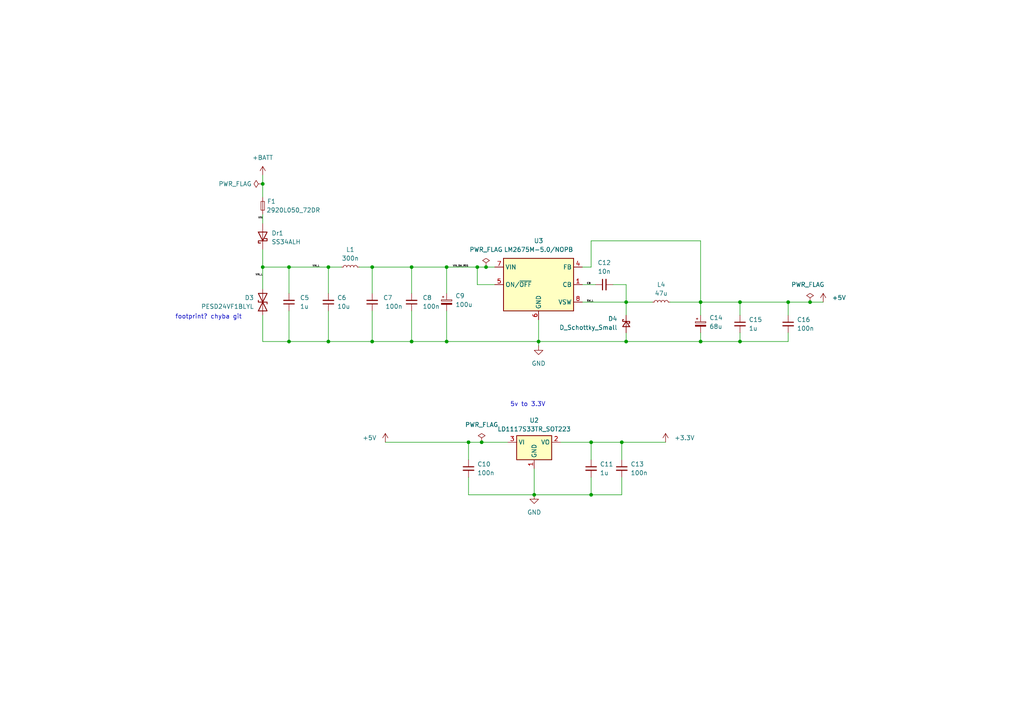
<source format=kicad_sch>
(kicad_sch (version 20230121) (generator eeschema)

  (uuid ae92b0a4-343f-4b2c-b83e-28ea178a9c0a)

  (paper "A4")

  (lib_symbols
    (symbol "Device:C_Polarized_Small" (pin_numbers hide) (pin_names (offset 0.254) hide) (in_bom yes) (on_board yes)
      (property "Reference" "C" (at 0.254 1.778 0)
        (effects (font (size 1.27 1.27)) (justify left))
      )
      (property "Value" "C_Polarized_Small" (at 0.254 -2.032 0)
        (effects (font (size 1.27 1.27)) (justify left))
      )
      (property "Footprint" "" (at 0 0 0)
        (effects (font (size 1.27 1.27)) hide)
      )
      (property "Datasheet" "~" (at 0 0 0)
        (effects (font (size 1.27 1.27)) hide)
      )
      (property "ki_keywords" "cap capacitor" (at 0 0 0)
        (effects (font (size 1.27 1.27)) hide)
      )
      (property "ki_description" "Polarized capacitor, small symbol" (at 0 0 0)
        (effects (font (size 1.27 1.27)) hide)
      )
      (property "ki_fp_filters" "CP_*" (at 0 0 0)
        (effects (font (size 1.27 1.27)) hide)
      )
      (symbol "C_Polarized_Small_0_1"
        (rectangle (start -1.524 -0.3048) (end 1.524 -0.6858)
          (stroke (width 0) (type default))
          (fill (type outline))
        )
        (rectangle (start -1.524 0.6858) (end 1.524 0.3048)
          (stroke (width 0) (type default))
          (fill (type none))
        )
        (polyline
          (pts
            (xy -1.27 1.524)
            (xy -0.762 1.524)
          )
          (stroke (width 0) (type default))
          (fill (type none))
        )
        (polyline
          (pts
            (xy -1.016 1.27)
            (xy -1.016 1.778)
          )
          (stroke (width 0) (type default))
          (fill (type none))
        )
      )
      (symbol "C_Polarized_Small_1_1"
        (pin passive line (at 0 2.54 270) (length 1.8542)
          (name "~" (effects (font (size 1.27 1.27))))
          (number "1" (effects (font (size 1.27 1.27))))
        )
        (pin passive line (at 0 -2.54 90) (length 1.8542)
          (name "~" (effects (font (size 1.27 1.27))))
          (number "2" (effects (font (size 1.27 1.27))))
        )
      )
    )
    (symbol "Device:C_Small" (pin_numbers hide) (pin_names (offset 0.254) hide) (in_bom yes) (on_board yes)
      (property "Reference" "C" (at 0.254 1.778 0)
        (effects (font (size 1.27 1.27)) (justify left))
      )
      (property "Value" "C_Small" (at 0.254 -2.032 0)
        (effects (font (size 1.27 1.27)) (justify left))
      )
      (property "Footprint" "" (at 0 0 0)
        (effects (font (size 1.27 1.27)) hide)
      )
      (property "Datasheet" "~" (at 0 0 0)
        (effects (font (size 1.27 1.27)) hide)
      )
      (property "ki_keywords" "capacitor cap" (at 0 0 0)
        (effects (font (size 1.27 1.27)) hide)
      )
      (property "ki_description" "Unpolarized capacitor, small symbol" (at 0 0 0)
        (effects (font (size 1.27 1.27)) hide)
      )
      (property "ki_fp_filters" "C_*" (at 0 0 0)
        (effects (font (size 1.27 1.27)) hide)
      )
      (symbol "C_Small_0_1"
        (polyline
          (pts
            (xy -1.524 -0.508)
            (xy 1.524 -0.508)
          )
          (stroke (width 0.3302) (type default))
          (fill (type none))
        )
        (polyline
          (pts
            (xy -1.524 0.508)
            (xy 1.524 0.508)
          )
          (stroke (width 0.3048) (type default))
          (fill (type none))
        )
      )
      (symbol "C_Small_1_1"
        (pin passive line (at 0 2.54 270) (length 2.032)
          (name "~" (effects (font (size 1.27 1.27))))
          (number "1" (effects (font (size 1.27 1.27))))
        )
        (pin passive line (at 0 -2.54 90) (length 2.032)
          (name "~" (effects (font (size 1.27 1.27))))
          (number "2" (effects (font (size 1.27 1.27))))
        )
      )
    )
    (symbol "Device:D_Schottky_Small" (pin_numbers hide) (pin_names (offset 0.254) hide) (in_bom yes) (on_board yes)
      (property "Reference" "D" (at -1.27 2.032 0)
        (effects (font (size 1.27 1.27)) (justify left))
      )
      (property "Value" "D_Schottky_Small" (at -7.112 -2.032 0)
        (effects (font (size 1.27 1.27)) (justify left))
      )
      (property "Footprint" "" (at 0 0 90)
        (effects (font (size 1.27 1.27)) hide)
      )
      (property "Datasheet" "~" (at 0 0 90)
        (effects (font (size 1.27 1.27)) hide)
      )
      (property "ki_keywords" "diode Schottky" (at 0 0 0)
        (effects (font (size 1.27 1.27)) hide)
      )
      (property "ki_description" "Schottky diode, small symbol" (at 0 0 0)
        (effects (font (size 1.27 1.27)) hide)
      )
      (property "ki_fp_filters" "TO-???* *_Diode_* *SingleDiode* D_*" (at 0 0 0)
        (effects (font (size 1.27 1.27)) hide)
      )
      (symbol "D_Schottky_Small_0_1"
        (polyline
          (pts
            (xy -0.762 0)
            (xy 0.762 0)
          )
          (stroke (width 0) (type default))
          (fill (type none))
        )
        (polyline
          (pts
            (xy 0.762 -1.016)
            (xy -0.762 0)
            (xy 0.762 1.016)
            (xy 0.762 -1.016)
          )
          (stroke (width 0.254) (type default))
          (fill (type none))
        )
        (polyline
          (pts
            (xy -1.27 0.762)
            (xy -1.27 1.016)
            (xy -0.762 1.016)
            (xy -0.762 -1.016)
            (xy -0.254 -1.016)
            (xy -0.254 -0.762)
          )
          (stroke (width 0.254) (type default))
          (fill (type none))
        )
      )
      (symbol "D_Schottky_Small_1_1"
        (pin passive line (at -2.54 0 0) (length 1.778)
          (name "K" (effects (font (size 1.27 1.27))))
          (number "1" (effects (font (size 1.27 1.27))))
        )
        (pin passive line (at 2.54 0 180) (length 1.778)
          (name "A" (effects (font (size 1.27 1.27))))
          (number "2" (effects (font (size 1.27 1.27))))
        )
      )
    )
    (symbol "Device:D_TVS" (pin_numbers hide) (pin_names (offset 1.016) hide) (in_bom yes) (on_board yes)
      (property "Reference" "D" (at 0 2.54 0)
        (effects (font (size 1.27 1.27)))
      )
      (property "Value" "D_TVS" (at 0 -2.54 0)
        (effects (font (size 1.27 1.27)))
      )
      (property "Footprint" "" (at 0 0 0)
        (effects (font (size 1.27 1.27)) hide)
      )
      (property "Datasheet" "~" (at 0 0 0)
        (effects (font (size 1.27 1.27)) hide)
      )
      (property "ki_keywords" "diode TVS thyrector" (at 0 0 0)
        (effects (font (size 1.27 1.27)) hide)
      )
      (property "ki_description" "Bidirectional transient-voltage-suppression diode" (at 0 0 0)
        (effects (font (size 1.27 1.27)) hide)
      )
      (property "ki_fp_filters" "TO-???* *_Diode_* *SingleDiode* D_*" (at 0 0 0)
        (effects (font (size 1.27 1.27)) hide)
      )
      (symbol "D_TVS_0_1"
        (polyline
          (pts
            (xy 1.27 0)
            (xy -1.27 0)
          )
          (stroke (width 0) (type default))
          (fill (type none))
        )
        (polyline
          (pts
            (xy 0.508 1.27)
            (xy 0 1.27)
            (xy 0 -1.27)
            (xy -0.508 -1.27)
          )
          (stroke (width 0.254) (type default))
          (fill (type none))
        )
        (polyline
          (pts
            (xy -2.54 1.27)
            (xy -2.54 -1.27)
            (xy 2.54 1.27)
            (xy 2.54 -1.27)
            (xy -2.54 1.27)
          )
          (stroke (width 0.254) (type default))
          (fill (type none))
        )
      )
      (symbol "D_TVS_1_1"
        (pin passive line (at -3.81 0 0) (length 2.54)
          (name "A1" (effects (font (size 1.27 1.27))))
          (number "1" (effects (font (size 1.27 1.27))))
        )
        (pin passive line (at 3.81 0 180) (length 2.54)
          (name "A2" (effects (font (size 1.27 1.27))))
          (number "2" (effects (font (size 1.27 1.27))))
        )
      )
    )
    (symbol "Device:Fuse_Small" (pin_numbers hide) (pin_names (offset 0.254) hide) (in_bom yes) (on_board yes)
      (property "Reference" "F" (at 0 -1.524 0)
        (effects (font (size 1.27 1.27)))
      )
      (property "Value" "Fuse_Small" (at 0 1.524 0)
        (effects (font (size 1.27 1.27)))
      )
      (property "Footprint" "" (at 0 0 0)
        (effects (font (size 1.27 1.27)) hide)
      )
      (property "Datasheet" "~" (at 0 0 0)
        (effects (font (size 1.27 1.27)) hide)
      )
      (property "ki_keywords" "fuse" (at 0 0 0)
        (effects (font (size 1.27 1.27)) hide)
      )
      (property "ki_description" "Fuse, small symbol" (at 0 0 0)
        (effects (font (size 1.27 1.27)) hide)
      )
      (property "ki_fp_filters" "*Fuse*" (at 0 0 0)
        (effects (font (size 1.27 1.27)) hide)
      )
      (symbol "Fuse_Small_0_1"
        (rectangle (start -1.27 0.508) (end 1.27 -0.508)
          (stroke (width 0) (type default))
          (fill (type none))
        )
        (polyline
          (pts
            (xy -1.27 0)
            (xy 1.27 0)
          )
          (stroke (width 0) (type default))
          (fill (type none))
        )
      )
      (symbol "Fuse_Small_1_1"
        (pin passive line (at -2.54 0 0) (length 1.27)
          (name "~" (effects (font (size 1.27 1.27))))
          (number "1" (effects (font (size 1.27 1.27))))
        )
        (pin passive line (at 2.54 0 180) (length 1.27)
          (name "~" (effects (font (size 1.27 1.27))))
          (number "2" (effects (font (size 1.27 1.27))))
        )
      )
    )
    (symbol "Device:L_Small" (pin_numbers hide) (pin_names (offset 0.254) hide) (in_bom yes) (on_board yes)
      (property "Reference" "L" (at 0.762 1.016 0)
        (effects (font (size 1.27 1.27)) (justify left))
      )
      (property "Value" "L_Small" (at 0.762 -1.016 0)
        (effects (font (size 1.27 1.27)) (justify left))
      )
      (property "Footprint" "" (at 0 0 0)
        (effects (font (size 1.27 1.27)) hide)
      )
      (property "Datasheet" "~" (at 0 0 0)
        (effects (font (size 1.27 1.27)) hide)
      )
      (property "ki_keywords" "inductor choke coil reactor magnetic" (at 0 0 0)
        (effects (font (size 1.27 1.27)) hide)
      )
      (property "ki_description" "Inductor, small symbol" (at 0 0 0)
        (effects (font (size 1.27 1.27)) hide)
      )
      (property "ki_fp_filters" "Choke_* *Coil* Inductor_* L_*" (at 0 0 0)
        (effects (font (size 1.27 1.27)) hide)
      )
      (symbol "L_Small_0_1"
        (arc (start 0 -2.032) (mid 0.5058 -1.524) (end 0 -1.016)
          (stroke (width 0) (type default))
          (fill (type none))
        )
        (arc (start 0 -1.016) (mid 0.5058 -0.508) (end 0 0)
          (stroke (width 0) (type default))
          (fill (type none))
        )
        (arc (start 0 0) (mid 0.5058 0.508) (end 0 1.016)
          (stroke (width 0) (type default))
          (fill (type none))
        )
        (arc (start 0 1.016) (mid 0.5058 1.524) (end 0 2.032)
          (stroke (width 0) (type default))
          (fill (type none))
        )
      )
      (symbol "L_Small_1_1"
        (pin passive line (at 0 2.54 270) (length 0.508)
          (name "~" (effects (font (size 1.27 1.27))))
          (number "1" (effects (font (size 1.27 1.27))))
        )
        (pin passive line (at 0 -2.54 90) (length 0.508)
          (name "~" (effects (font (size 1.27 1.27))))
          (number "2" (effects (font (size 1.27 1.27))))
        )
      )
    )
    (symbol "Diode:1N5822" (pin_numbers hide) (pin_names (offset 1.016) hide) (in_bom yes) (on_board yes)
      (property "Reference" "D" (at 0 2.54 0)
        (effects (font (size 1.27 1.27)))
      )
      (property "Value" "1N5822" (at 0 -2.54 0)
        (effects (font (size 1.27 1.27)))
      )
      (property "Footprint" "Diode_THT:D_DO-201AD_P15.24mm_Horizontal" (at 0 -4.445 0)
        (effects (font (size 1.27 1.27)) hide)
      )
      (property "Datasheet" "http://www.vishay.com/docs/88526/1n5820.pdf" (at 0 0 0)
        (effects (font (size 1.27 1.27)) hide)
      )
      (property "ki_keywords" "diode Schottky" (at 0 0 0)
        (effects (font (size 1.27 1.27)) hide)
      )
      (property "ki_description" "40V 3A Schottky Barrier Rectifier Diode, DO-201AD" (at 0 0 0)
        (effects (font (size 1.27 1.27)) hide)
      )
      (property "ki_fp_filters" "D*DO?201AD*" (at 0 0 0)
        (effects (font (size 1.27 1.27)) hide)
      )
      (symbol "1N5822_0_1"
        (polyline
          (pts
            (xy 1.27 0)
            (xy -1.27 0)
          )
          (stroke (width 0) (type default))
          (fill (type none))
        )
        (polyline
          (pts
            (xy 1.27 1.27)
            (xy 1.27 -1.27)
            (xy -1.27 0)
            (xy 1.27 1.27)
          )
          (stroke (width 0.254) (type default))
          (fill (type none))
        )
        (polyline
          (pts
            (xy -1.905 0.635)
            (xy -1.905 1.27)
            (xy -1.27 1.27)
            (xy -1.27 -1.27)
            (xy -0.635 -1.27)
            (xy -0.635 -0.635)
          )
          (stroke (width 0.254) (type default))
          (fill (type none))
        )
      )
      (symbol "1N5822_1_1"
        (pin passive line (at -3.81 0 0) (length 2.54)
          (name "K" (effects (font (size 1.27 1.27))))
          (number "1" (effects (font (size 1.27 1.27))))
        )
        (pin passive line (at 3.81 0 180) (length 2.54)
          (name "A" (effects (font (size 1.27 1.27))))
          (number "2" (effects (font (size 1.27 1.27))))
        )
      )
    )
    (symbol "Regulator_Linear:LD1117S33TR_SOT223" (in_bom yes) (on_board yes)
      (property "Reference" "U" (at -3.81 3.175 0)
        (effects (font (size 1.27 1.27)))
      )
      (property "Value" "LD1117S33TR_SOT223" (at 0 3.175 0)
        (effects (font (size 1.27 1.27)) (justify left))
      )
      (property "Footprint" "Package_TO_SOT_SMD:SOT-223-3_TabPin2" (at 0 5.08 0)
        (effects (font (size 1.27 1.27)) hide)
      )
      (property "Datasheet" "http://www.st.com/st-web-ui/static/active/en/resource/technical/document/datasheet/CD00000544.pdf" (at 2.54 -6.35 0)
        (effects (font (size 1.27 1.27)) hide)
      )
      (property "ki_keywords" "REGULATOR LDO 3.3V" (at 0 0 0)
        (effects (font (size 1.27 1.27)) hide)
      )
      (property "ki_description" "800mA Fixed Low Drop Positive Voltage Regulator, Fixed Output 3.3V, SOT-223" (at 0 0 0)
        (effects (font (size 1.27 1.27)) hide)
      )
      (property "ki_fp_filters" "SOT?223*TabPin2*" (at 0 0 0)
        (effects (font (size 1.27 1.27)) hide)
      )
      (symbol "LD1117S33TR_SOT223_0_1"
        (rectangle (start -5.08 -5.08) (end 5.08 1.905)
          (stroke (width 0.254) (type default))
          (fill (type background))
        )
      )
      (symbol "LD1117S33TR_SOT223_1_1"
        (pin power_in line (at 0 -7.62 90) (length 2.54)
          (name "GND" (effects (font (size 1.27 1.27))))
          (number "1" (effects (font (size 1.27 1.27))))
        )
        (pin power_out line (at 7.62 0 180) (length 2.54)
          (name "VO" (effects (font (size 1.27 1.27))))
          (number "2" (effects (font (size 1.27 1.27))))
        )
        (pin power_in line (at -7.62 0 0) (length 2.54)
          (name "VI" (effects (font (size 1.27 1.27))))
          (number "3" (effects (font (size 1.27 1.27))))
        )
      )
    )
    (symbol "Regulator_Switching:LM2675M-5" (in_bom yes) (on_board yes)
      (property "Reference" "U" (at -10.16 8.89 0)
        (effects (font (size 1.27 1.27)) (justify left))
      )
      (property "Value" "LM2675M-5" (at 0 8.89 0)
        (effects (font (size 1.27 1.27)) (justify left))
      )
      (property "Footprint" "Package_SO:SOIC-8_3.9x4.9mm_P1.27mm" (at 1.27 -8.89 0)
        (effects (font (size 1.27 1.27) italic) (justify left) hide)
      )
      (property "Datasheet" "http://www.ti.com/lit/ds/symlink/lm2675.pdf" (at 0 0 0)
        (effects (font (size 1.27 1.27)) hide)
      )
      (property "ki_keywords" "Step-Down Voltage Regulator 5V 1A" (at 0 0 0)
        (effects (font (size 1.27 1.27)) hide)
      )
      (property "ki_description" "5V, 1A Step-Down Voltage Regulator, SO-8" (at 0 0 0)
        (effects (font (size 1.27 1.27)) hide)
      )
      (property "ki_fp_filters" "SOIC*3.9x4.9mm*P1.27mm*" (at 0 0 0)
        (effects (font (size 1.27 1.27)) hide)
      )
      (symbol "LM2675M-5_0_1"
        (rectangle (start -10.16 7.62) (end 10.16 -7.62)
          (stroke (width 0.254) (type default))
          (fill (type background))
        )
      )
      (symbol "LM2675M-5_1_1"
        (pin input line (at 12.7 0 180) (length 2.54)
          (name "CB" (effects (font (size 1.27 1.27))))
          (number "1" (effects (font (size 1.27 1.27))))
        )
        (pin no_connect line (at -10.16 -2.54 0) (length 2.54) hide
          (name "NC" (effects (font (size 1.27 1.27))))
          (number "2" (effects (font (size 1.27 1.27))))
        )
        (pin no_connect line (at -10.16 -5.08 0) (length 2.54) hide
          (name "NC" (effects (font (size 1.27 1.27))))
          (number "3" (effects (font (size 1.27 1.27))))
        )
        (pin input line (at 12.7 5.08 180) (length 2.54)
          (name "FB" (effects (font (size 1.27 1.27))))
          (number "4" (effects (font (size 1.27 1.27))))
        )
        (pin input line (at -12.7 0 0) (length 2.54)
          (name "ON/~{OFF}" (effects (font (size 1.27 1.27))))
          (number "5" (effects (font (size 1.27 1.27))))
        )
        (pin power_in line (at 0 -10.16 90) (length 2.54)
          (name "GND" (effects (font (size 1.27 1.27))))
          (number "6" (effects (font (size 1.27 1.27))))
        )
        (pin power_in line (at -12.7 5.08 0) (length 2.54)
          (name "VIN" (effects (font (size 1.27 1.27))))
          (number "7" (effects (font (size 1.27 1.27))))
        )
        (pin output line (at 12.7 -5.08 180) (length 2.54)
          (name "VSW" (effects (font (size 1.27 1.27))))
          (number "8" (effects (font (size 1.27 1.27))))
        )
      )
    )
    (symbol "power:+3.3V" (power) (pin_names (offset 0)) (in_bom yes) (on_board yes)
      (property "Reference" "#PWR" (at 0 -3.81 0)
        (effects (font (size 1.27 1.27)) hide)
      )
      (property "Value" "+3.3V" (at 0 3.556 0)
        (effects (font (size 1.27 1.27)))
      )
      (property "Footprint" "" (at 0 0 0)
        (effects (font (size 1.27 1.27)) hide)
      )
      (property "Datasheet" "" (at 0 0 0)
        (effects (font (size 1.27 1.27)) hide)
      )
      (property "ki_keywords" "global power" (at 0 0 0)
        (effects (font (size 1.27 1.27)) hide)
      )
      (property "ki_description" "Power symbol creates a global label with name \"+3.3V\"" (at 0 0 0)
        (effects (font (size 1.27 1.27)) hide)
      )
      (symbol "+3.3V_0_1"
        (polyline
          (pts
            (xy -0.762 1.27)
            (xy 0 2.54)
          )
          (stroke (width 0) (type default))
          (fill (type none))
        )
        (polyline
          (pts
            (xy 0 0)
            (xy 0 2.54)
          )
          (stroke (width 0) (type default))
          (fill (type none))
        )
        (polyline
          (pts
            (xy 0 2.54)
            (xy 0.762 1.27)
          )
          (stroke (width 0) (type default))
          (fill (type none))
        )
      )
      (symbol "+3.3V_1_1"
        (pin power_in line (at 0 0 90) (length 0) hide
          (name "+3.3V" (effects (font (size 1.27 1.27))))
          (number "1" (effects (font (size 1.27 1.27))))
        )
      )
    )
    (symbol "power:+5V" (power) (pin_names (offset 0)) (in_bom yes) (on_board yes)
      (property "Reference" "#PWR" (at 0 -3.81 0)
        (effects (font (size 1.27 1.27)) hide)
      )
      (property "Value" "+5V" (at 0 3.556 0)
        (effects (font (size 1.27 1.27)))
      )
      (property "Footprint" "" (at 0 0 0)
        (effects (font (size 1.27 1.27)) hide)
      )
      (property "Datasheet" "" (at 0 0 0)
        (effects (font (size 1.27 1.27)) hide)
      )
      (property "ki_keywords" "global power" (at 0 0 0)
        (effects (font (size 1.27 1.27)) hide)
      )
      (property "ki_description" "Power symbol creates a global label with name \"+5V\"" (at 0 0 0)
        (effects (font (size 1.27 1.27)) hide)
      )
      (symbol "+5V_0_1"
        (polyline
          (pts
            (xy -0.762 1.27)
            (xy 0 2.54)
          )
          (stroke (width 0) (type default))
          (fill (type none))
        )
        (polyline
          (pts
            (xy 0 0)
            (xy 0 2.54)
          )
          (stroke (width 0) (type default))
          (fill (type none))
        )
        (polyline
          (pts
            (xy 0 2.54)
            (xy 0.762 1.27)
          )
          (stroke (width 0) (type default))
          (fill (type none))
        )
      )
      (symbol "+5V_1_1"
        (pin power_in line (at 0 0 90) (length 0) hide
          (name "+5V" (effects (font (size 1.27 1.27))))
          (number "1" (effects (font (size 1.27 1.27))))
        )
      )
    )
    (symbol "power:+BATT" (power) (pin_names (offset 0)) (in_bom yes) (on_board yes)
      (property "Reference" "#PWR" (at 0 -3.81 0)
        (effects (font (size 1.27 1.27)) hide)
      )
      (property "Value" "+BATT" (at 0 3.556 0)
        (effects (font (size 1.27 1.27)))
      )
      (property "Footprint" "" (at 0 0 0)
        (effects (font (size 1.27 1.27)) hide)
      )
      (property "Datasheet" "" (at 0 0 0)
        (effects (font (size 1.27 1.27)) hide)
      )
      (property "ki_keywords" "global power battery" (at 0 0 0)
        (effects (font (size 1.27 1.27)) hide)
      )
      (property "ki_description" "Power symbol creates a global label with name \"+BATT\"" (at 0 0 0)
        (effects (font (size 1.27 1.27)) hide)
      )
      (symbol "+BATT_0_1"
        (polyline
          (pts
            (xy -0.762 1.27)
            (xy 0 2.54)
          )
          (stroke (width 0) (type default))
          (fill (type none))
        )
        (polyline
          (pts
            (xy 0 0)
            (xy 0 2.54)
          )
          (stroke (width 0) (type default))
          (fill (type none))
        )
        (polyline
          (pts
            (xy 0 2.54)
            (xy 0.762 1.27)
          )
          (stroke (width 0) (type default))
          (fill (type none))
        )
      )
      (symbol "+BATT_1_1"
        (pin power_in line (at 0 0 90) (length 0) hide
          (name "+BATT" (effects (font (size 1.27 1.27))))
          (number "1" (effects (font (size 1.27 1.27))))
        )
      )
    )
    (symbol "power:GND" (power) (pin_names (offset 0)) (in_bom yes) (on_board yes)
      (property "Reference" "#PWR" (at 0 -6.35 0)
        (effects (font (size 1.27 1.27)) hide)
      )
      (property "Value" "GND" (at 0 -3.81 0)
        (effects (font (size 1.27 1.27)))
      )
      (property "Footprint" "" (at 0 0 0)
        (effects (font (size 1.27 1.27)) hide)
      )
      (property "Datasheet" "" (at 0 0 0)
        (effects (font (size 1.27 1.27)) hide)
      )
      (property "ki_keywords" "global power" (at 0 0 0)
        (effects (font (size 1.27 1.27)) hide)
      )
      (property "ki_description" "Power symbol creates a global label with name \"GND\" , ground" (at 0 0 0)
        (effects (font (size 1.27 1.27)) hide)
      )
      (symbol "GND_0_1"
        (polyline
          (pts
            (xy 0 0)
            (xy 0 -1.27)
            (xy 1.27 -1.27)
            (xy 0 -2.54)
            (xy -1.27 -1.27)
            (xy 0 -1.27)
          )
          (stroke (width 0) (type default))
          (fill (type none))
        )
      )
      (symbol "GND_1_1"
        (pin power_in line (at 0 0 270) (length 0) hide
          (name "GND" (effects (font (size 1.27 1.27))))
          (number "1" (effects (font (size 1.27 1.27))))
        )
      )
    )
    (symbol "power:PWR_FLAG" (power) (pin_numbers hide) (pin_names (offset 0) hide) (in_bom yes) (on_board yes)
      (property "Reference" "#FLG" (at 0 1.905 0)
        (effects (font (size 1.27 1.27)) hide)
      )
      (property "Value" "PWR_FLAG" (at 0 3.81 0)
        (effects (font (size 1.27 1.27)))
      )
      (property "Footprint" "" (at 0 0 0)
        (effects (font (size 1.27 1.27)) hide)
      )
      (property "Datasheet" "~" (at 0 0 0)
        (effects (font (size 1.27 1.27)) hide)
      )
      (property "ki_keywords" "flag power" (at 0 0 0)
        (effects (font (size 1.27 1.27)) hide)
      )
      (property "ki_description" "Special symbol for telling ERC where power comes from" (at 0 0 0)
        (effects (font (size 1.27 1.27)) hide)
      )
      (symbol "PWR_FLAG_0_0"
        (pin power_out line (at 0 0 90) (length 0)
          (name "pwr" (effects (font (size 1.27 1.27))))
          (number "1" (effects (font (size 1.27 1.27))))
        )
      )
      (symbol "PWR_FLAG_0_1"
        (polyline
          (pts
            (xy 0 0)
            (xy 0 1.27)
            (xy -1.016 1.905)
            (xy 0 2.54)
            (xy 1.016 1.905)
            (xy 0 1.27)
          )
          (stroke (width 0) (type default))
          (fill (type none))
        )
      )
    )
  )

  (junction (at 83.82 99.06) (diameter 0) (color 0 0 0 0)
    (uuid 07773d44-e215-41bd-b2fc-530bb584e4e2)
  )
  (junction (at 234.95 87.63) (diameter 0) (color 0 0 0 0)
    (uuid 0ac26859-167d-4193-a44e-62a281782f6f)
  )
  (junction (at 135.89 128.27) (diameter 0) (color 0 0 0 0)
    (uuid 0d2f87a9-b790-47ad-9111-6f4b4396f4a0)
  )
  (junction (at 214.63 87.63) (diameter 0) (color 0 0 0 0)
    (uuid 2552ed4b-949d-4314-8a0c-c83bd5f34797)
  )
  (junction (at 129.54 77.47) (diameter 0) (color 0 0 0 0)
    (uuid 2f4b83cb-0605-4541-b6f2-f993be9b6047)
  )
  (junction (at 181.61 99.06) (diameter 0) (color 0 0 0 0)
    (uuid 3f0d407f-db47-420b-a309-8d4c5e970a4f)
  )
  (junction (at 156.21 99.06) (diameter 0) (color 0 0 0 0)
    (uuid 45217655-42a6-4c1a-a2db-b0c98e026422)
  )
  (junction (at 95.25 99.06) (diameter 0) (color 0 0 0 0)
    (uuid 4b600f9b-bd10-4b2f-af9c-d8fef64072d5)
  )
  (junction (at 214.63 99.06) (diameter 0) (color 0 0 0 0)
    (uuid 6e41837a-5584-4bf7-bcaf-82545438257f)
  )
  (junction (at 140.97 77.47) (diameter 0) (color 0 0 0 0)
    (uuid 7319dde3-960e-4162-a71e-3b4264c77f69)
  )
  (junction (at 181.61 87.63) (diameter 0) (color 0 0 0 0)
    (uuid 8a45af8a-2cf1-4863-874c-386f200931d4)
  )
  (junction (at 138.43 77.47) (diameter 0) (color 0 0 0 0)
    (uuid 90ad5d47-69fc-4d72-8140-6ce4c233ea63)
  )
  (junction (at 107.95 77.47) (diameter 0) (color 0 0 0 0)
    (uuid 9443b914-5fd0-4988-9662-cc81185c785d)
  )
  (junction (at 154.94 143.51) (diameter 0) (color 0 0 0 0)
    (uuid aa90dfcf-bfdf-4bc8-a2fc-5119d92d5da9)
  )
  (junction (at 129.54 99.06) (diameter 0) (color 0 0 0 0)
    (uuid bfe1ab1d-cb4c-4d1a-ad10-f2a128e7a965)
  )
  (junction (at 76.2 77.47) (diameter 0) (color 0 0 0 0)
    (uuid c00734a3-579a-4346-88b6-f3d0faa36749)
  )
  (junction (at 107.95 99.06) (diameter 0) (color 0 0 0 0)
    (uuid c27e96e8-983a-4bff-8849-5d5fedba52fd)
  )
  (junction (at 171.45 128.27) (diameter 0) (color 0 0 0 0)
    (uuid c7282e7e-4491-40f3-a3ce-ba19a8d7076f)
  )
  (junction (at 203.2 99.06) (diameter 0) (color 0 0 0 0)
    (uuid cabd44d8-a522-497d-b6c8-d36104c62834)
  )
  (junction (at 119.38 77.47) (diameter 0) (color 0 0 0 0)
    (uuid d54ac4c6-3593-41c7-ab6e-e3740268432e)
  )
  (junction (at 171.45 143.51) (diameter 0) (color 0 0 0 0)
    (uuid d6d20754-ccf2-4a29-ad9a-d51015f5f43b)
  )
  (junction (at 228.6 87.63) (diameter 0) (color 0 0 0 0)
    (uuid da81d33e-73cb-4776-a09a-44a8ce1e9441)
  )
  (junction (at 139.7 128.27) (diameter 0) (color 0 0 0 0)
    (uuid df96f487-1987-4eec-a594-2c50e355018e)
  )
  (junction (at 95.25 77.47) (diameter 0) (color 0 0 0 0)
    (uuid e338df55-3cfb-47cc-9b64-53c15f31e65a)
  )
  (junction (at 76.2 53.34) (diameter 0) (color 0 0 0 0)
    (uuid ecd0c9a4-7236-407b-ac35-56d7abfbffc3)
  )
  (junction (at 203.2 87.63) (diameter 0) (color 0 0 0 0)
    (uuid ee78596b-3e82-4ecf-a293-79c42a457208)
  )
  (junction (at 119.38 99.06) (diameter 0) (color 0 0 0 0)
    (uuid eeae245b-8c53-4b3f-a778-3c12ff73204c)
  )
  (junction (at 83.82 77.47) (diameter 0) (color 0 0 0 0)
    (uuid f123b24d-f707-4e29-ab6e-5d830453392d)
  )
  (junction (at 180.34 128.27) (diameter 0) (color 0 0 0 0)
    (uuid fd897007-cdab-4ae3-8da7-4df188c3fc83)
  )

  (wire (pts (xy 177.8 82.55) (xy 181.61 82.55))
    (stroke (width 0) (type default))
    (uuid 02aeee1d-3eb2-47f0-a853-d0be66664851)
  )
  (wire (pts (xy 76.2 77.47) (xy 83.82 77.47))
    (stroke (width 0) (type default))
    (uuid 0723ceb3-b37f-4f6d-9e05-51661185ae49)
  )
  (wire (pts (xy 119.38 77.47) (xy 119.38 85.09))
    (stroke (width 0) (type default))
    (uuid 09f6d48c-4c8b-49bd-a298-fcdd592a730d)
  )
  (wire (pts (xy 83.82 77.47) (xy 95.25 77.47))
    (stroke (width 0) (type default))
    (uuid 0af042ee-9a87-4b8e-b7f6-4c39b21d8428)
  )
  (wire (pts (xy 104.14 77.47) (xy 107.95 77.47))
    (stroke (width 0) (type default))
    (uuid 0db118fe-fa1c-4650-b606-8d2ad54f31da)
  )
  (wire (pts (xy 76.2 99.06) (xy 83.82 99.06))
    (stroke (width 0) (type default))
    (uuid 14a59126-a71a-41cc-87bd-6aebf5f56701)
  )
  (wire (pts (xy 83.82 99.06) (xy 95.25 99.06))
    (stroke (width 0) (type default))
    (uuid 166fd15c-13dd-4563-ab52-db2eebd151c8)
  )
  (wire (pts (xy 138.43 77.47) (xy 140.97 77.47))
    (stroke (width 0) (type default))
    (uuid 19684d60-9524-409d-baac-9a4d1d8ee886)
  )
  (wire (pts (xy 203.2 99.06) (xy 203.2 96.52))
    (stroke (width 0) (type default))
    (uuid 19ff879f-a9ee-4665-9d5f-14d0f8776e1a)
  )
  (wire (pts (xy 138.43 82.55) (xy 143.51 82.55))
    (stroke (width 0) (type default))
    (uuid 1adcc148-5730-4900-8f75-49009bf161b2)
  )
  (wire (pts (xy 154.94 143.51) (xy 171.45 143.51))
    (stroke (width 0) (type default))
    (uuid 1c600c53-bde5-4903-b78c-2300d92c713f)
  )
  (wire (pts (xy 76.2 62.23) (xy 76.2 64.77))
    (stroke (width 0) (type default))
    (uuid 1d8f183f-c337-4393-a78c-de84a03ce255)
  )
  (wire (pts (xy 171.45 143.51) (xy 180.34 143.51))
    (stroke (width 0) (type default))
    (uuid 1dcf5825-d6ff-468b-96ee-135ad75db104)
  )
  (wire (pts (xy 119.38 90.17) (xy 119.38 99.06))
    (stroke (width 0) (type default))
    (uuid 1f2b7451-756b-4369-8574-12389ad47e78)
  )
  (wire (pts (xy 138.43 77.47) (xy 138.43 82.55))
    (stroke (width 0) (type default))
    (uuid 1f8f2185-86b6-4dcc-9d2a-d234c2819e68)
  )
  (wire (pts (xy 107.95 90.17) (xy 107.95 99.06))
    (stroke (width 0) (type default))
    (uuid 236cb2be-add3-43fd-8553-31574929df18)
  )
  (wire (pts (xy 168.91 87.63) (xy 181.61 87.63))
    (stroke (width 0) (type default))
    (uuid 309bf2cf-85da-4813-a76b-c7870f24584d)
  )
  (wire (pts (xy 168.91 82.55) (xy 172.72 82.55))
    (stroke (width 0) (type default))
    (uuid 314c5175-229b-449f-8c6a-0c862d1d66a7)
  )
  (wire (pts (xy 180.34 128.27) (xy 180.34 133.35))
    (stroke (width 0) (type default))
    (uuid 331cf39f-8624-4d3a-b85d-96b51caaa341)
  )
  (wire (pts (xy 107.95 77.47) (xy 119.38 77.47))
    (stroke (width 0) (type default))
    (uuid 368ef3ce-a608-4e90-8d1f-45064dae08b2)
  )
  (wire (pts (xy 180.34 138.43) (xy 180.34 143.51))
    (stroke (width 0) (type default))
    (uuid 369d4662-1f1c-4409-92ef-dd6a762b979d)
  )
  (wire (pts (xy 119.38 99.06) (xy 129.54 99.06))
    (stroke (width 0) (type default))
    (uuid 394b81cd-6de2-4bf1-b05b-9ff810319abb)
  )
  (wire (pts (xy 181.61 82.55) (xy 181.61 87.63))
    (stroke (width 0) (type default))
    (uuid 42d5d66a-06a9-4bd6-9d0f-b504d912e2e7)
  )
  (wire (pts (xy 180.34 128.27) (xy 193.04 128.27))
    (stroke (width 0) (type default))
    (uuid 4437fd2b-dcb8-4178-821c-93e9025eb9cf)
  )
  (wire (pts (xy 203.2 99.06) (xy 214.63 99.06))
    (stroke (width 0) (type default))
    (uuid 457275cf-8a20-4635-9502-0f3679be0763)
  )
  (wire (pts (xy 135.89 138.43) (xy 135.89 143.51))
    (stroke (width 0) (type default))
    (uuid 46e23a83-24b0-4357-9eec-e567bd8fa9cf)
  )
  (wire (pts (xy 203.2 87.63) (xy 214.63 87.63))
    (stroke (width 0) (type default))
    (uuid 48e143fd-d60b-4d60-b7fa-af0c35b74097)
  )
  (wire (pts (xy 181.61 96.52) (xy 181.61 99.06))
    (stroke (width 0) (type default))
    (uuid 4a9a284e-d1e7-4461-9fd1-9edab3bcfd74)
  )
  (wire (pts (xy 171.45 69.85) (xy 203.2 69.85))
    (stroke (width 0) (type default))
    (uuid 4b719dac-101d-4ad6-976f-5b292edda0d6)
  )
  (wire (pts (xy 171.45 77.47) (xy 171.45 69.85))
    (stroke (width 0) (type default))
    (uuid 4f70319a-28af-4f47-98a6-abd47056e749)
  )
  (wire (pts (xy 168.91 77.47) (xy 171.45 77.47))
    (stroke (width 0) (type default))
    (uuid 52f20906-5dd1-48f1-b25e-a49443ca39e5)
  )
  (wire (pts (xy 194.31 87.63) (xy 203.2 87.63))
    (stroke (width 0) (type default))
    (uuid 55f21b64-ceed-4453-af20-f974ca9b2df0)
  )
  (wire (pts (xy 95.25 99.06) (xy 107.95 99.06))
    (stroke (width 0) (type default))
    (uuid 5ae322d1-3f88-4f63-8274-21095c2a7c02)
  )
  (wire (pts (xy 156.21 99.06) (xy 181.61 99.06))
    (stroke (width 0) (type default))
    (uuid 5d067b0d-fbef-4285-bf10-107c769383cb)
  )
  (wire (pts (xy 76.2 77.47) (xy 76.2 83.82))
    (stroke (width 0) (type default))
    (uuid 6115d851-2c07-4f90-abf2-9ac8dc2291cc)
  )
  (wire (pts (xy 119.38 77.47) (xy 129.54 77.47))
    (stroke (width 0) (type default))
    (uuid 62fc3104-7f7b-4416-975c-987da9b7e0bc)
  )
  (wire (pts (xy 76.2 91.44) (xy 76.2 99.06))
    (stroke (width 0) (type default))
    (uuid 66c8ef11-6ab2-497a-b1ec-7043c94da612)
  )
  (wire (pts (xy 156.21 92.71) (xy 156.21 99.06))
    (stroke (width 0) (type default))
    (uuid 67acef21-c57a-44e0-9c94-558917211d22)
  )
  (wire (pts (xy 129.54 90.17) (xy 129.54 99.06))
    (stroke (width 0) (type default))
    (uuid 6b3d0d9a-cae2-4ac9-b933-f80a8a79adb7)
  )
  (wire (pts (xy 135.89 128.27) (xy 139.7 128.27))
    (stroke (width 0) (type default))
    (uuid 6dd9aee2-07fc-4f89-80a7-d421d69404ed)
  )
  (wire (pts (xy 111.76 128.27) (xy 135.89 128.27))
    (stroke (width 0) (type default))
    (uuid 7432bf05-fcf5-4295-bd3f-a6b71a07c37a)
  )
  (wire (pts (xy 171.45 138.43) (xy 171.45 143.51))
    (stroke (width 0) (type default))
    (uuid 7de31e87-32a9-4352-9cef-6f9e64badc4e)
  )
  (wire (pts (xy 76.2 53.34) (xy 76.2 57.15))
    (stroke (width 0) (type default))
    (uuid 7e978337-72d4-4140-bdb1-0bdcdfbf5c8c)
  )
  (wire (pts (xy 214.63 87.63) (xy 214.63 91.44))
    (stroke (width 0) (type default))
    (uuid 7ee504fc-0fac-40bd-8578-b4ae437a9e13)
  )
  (wire (pts (xy 171.45 128.27) (xy 171.45 133.35))
    (stroke (width 0) (type default))
    (uuid 81cbbd79-6474-4e2d-85f0-d1d9d8cdfd9f)
  )
  (wire (pts (xy 214.63 96.52) (xy 214.63 99.06))
    (stroke (width 0) (type default))
    (uuid 8b7b17a5-8e5d-4b98-b4a7-654bbf658e2c)
  )
  (wire (pts (xy 214.63 99.06) (xy 228.6 99.06))
    (stroke (width 0) (type default))
    (uuid 924ccf06-beb1-4d3b-87fe-b3cdf73d4f4a)
  )
  (wire (pts (xy 140.97 77.47) (xy 143.51 77.47))
    (stroke (width 0) (type default))
    (uuid 92e2b937-be6c-49e0-983d-7ba6128e958e)
  )
  (wire (pts (xy 162.56 128.27) (xy 171.45 128.27))
    (stroke (width 0) (type default))
    (uuid 9307fb3b-e028-4eab-887e-39c181303c7c)
  )
  (wire (pts (xy 171.45 128.27) (xy 180.34 128.27))
    (stroke (width 0) (type default))
    (uuid 977ffdd1-4564-42fc-8485-bb483b1bafd6)
  )
  (wire (pts (xy 95.25 77.47) (xy 95.25 85.09))
    (stroke (width 0) (type default))
    (uuid 97b6b56a-c204-4b3b-af8e-25eb5bf67587)
  )
  (wire (pts (xy 228.6 87.63) (xy 228.6 91.44))
    (stroke (width 0) (type default))
    (uuid a1c2d0c1-cc2d-4099-88cc-c59f076a4aa5)
  )
  (wire (pts (xy 129.54 77.47) (xy 129.54 85.09))
    (stroke (width 0) (type default))
    (uuid a3bc5d31-0574-4bc8-b0a6-539e038df48a)
  )
  (wire (pts (xy 181.61 87.63) (xy 189.23 87.63))
    (stroke (width 0) (type default))
    (uuid a9c47410-0539-4ff3-a160-3dc17a6dbb80)
  )
  (wire (pts (xy 76.2 72.39) (xy 76.2 77.47))
    (stroke (width 0) (type default))
    (uuid add68617-249b-40ae-b00c-c27141f2c47a)
  )
  (wire (pts (xy 234.95 87.63) (xy 238.76 87.63))
    (stroke (width 0) (type default))
    (uuid b8819bba-f086-4687-9e6f-1396c1daa709)
  )
  (wire (pts (xy 107.95 99.06) (xy 119.38 99.06))
    (stroke (width 0) (type default))
    (uuid b8b33963-a27c-412a-bea1-0791d55583a5)
  )
  (wire (pts (xy 129.54 77.47) (xy 138.43 77.47))
    (stroke (width 0) (type default))
    (uuid c27835ca-d2eb-4123-a4f5-05970f77b422)
  )
  (wire (pts (xy 228.6 87.63) (xy 234.95 87.63))
    (stroke (width 0) (type default))
    (uuid c38eb510-4351-47b0-99f0-b55f3463c193)
  )
  (wire (pts (xy 107.95 77.47) (xy 107.95 85.09))
    (stroke (width 0) (type default))
    (uuid c535f854-7e72-44f5-95d0-1d663797df5f)
  )
  (wire (pts (xy 156.21 99.06) (xy 156.21 100.33))
    (stroke (width 0) (type default))
    (uuid c6bb6edc-b6aa-41d7-ab3b-d049ec3109bc)
  )
  (wire (pts (xy 95.25 77.47) (xy 99.06 77.47))
    (stroke (width 0) (type default))
    (uuid d67f899a-2bb8-4cbb-8a69-19f08fd72732)
  )
  (wire (pts (xy 228.6 99.06) (xy 228.6 96.52))
    (stroke (width 0) (type default))
    (uuid d6c867bf-9189-4fac-9c23-a62a0dfa5e75)
  )
  (wire (pts (xy 203.2 87.63) (xy 203.2 91.44))
    (stroke (width 0) (type default))
    (uuid d73bfbef-e9aa-4e8f-a956-0225cfd057e3)
  )
  (wire (pts (xy 83.82 77.47) (xy 83.82 85.09))
    (stroke (width 0) (type default))
    (uuid de348cde-354d-48e2-af30-3bb9baf13de3)
  )
  (wire (pts (xy 95.25 90.17) (xy 95.25 99.06))
    (stroke (width 0) (type default))
    (uuid dfbfad43-fbe8-4158-8fce-1fcd1af32654)
  )
  (wire (pts (xy 139.7 128.27) (xy 147.32 128.27))
    (stroke (width 0) (type default))
    (uuid dfd9834c-431c-40b6-8ccd-0dba3f52c4cf)
  )
  (wire (pts (xy 83.82 90.17) (xy 83.82 99.06))
    (stroke (width 0) (type default))
    (uuid e50c3fb7-6227-491b-8793-091e21331f09)
  )
  (wire (pts (xy 181.61 87.63) (xy 181.61 91.44))
    (stroke (width 0) (type default))
    (uuid e5e689cc-ec89-4898-ba2c-2c62a5e2e8c5)
  )
  (wire (pts (xy 203.2 69.85) (xy 203.2 87.63))
    (stroke (width 0) (type default))
    (uuid e6b2f9e4-6833-4a54-ba63-66e44fc47f38)
  )
  (wire (pts (xy 135.89 128.27) (xy 135.89 133.35))
    (stroke (width 0) (type default))
    (uuid e6c7a3c9-7541-4009-bbfe-cd3a260f800e)
  )
  (wire (pts (xy 76.2 50.8) (xy 76.2 53.34))
    (stroke (width 0) (type default))
    (uuid e75d52f5-a70e-43de-be24-ef99e2fd418b)
  )
  (wire (pts (xy 214.63 87.63) (xy 228.6 87.63))
    (stroke (width 0) (type default))
    (uuid edb5c1f2-916c-4c54-847d-8a09d747146f)
  )
  (wire (pts (xy 135.89 143.51) (xy 154.94 143.51))
    (stroke (width 0) (type default))
    (uuid f5926810-a199-4c5e-9b18-8d3c3b93f6e3)
  )
  (wire (pts (xy 129.54 99.06) (xy 156.21 99.06))
    (stroke (width 0) (type default))
    (uuid f5c29503-801a-45b1-b4dc-a6cca286c364)
  )
  (wire (pts (xy 181.61 99.06) (xy 203.2 99.06))
    (stroke (width 0) (type default))
    (uuid f6b92210-4a9d-41e9-a878-709bd04f4a77)
  )
  (wire (pts (xy 154.94 135.89) (xy 154.94 143.51))
    (stroke (width 0) (type default))
    (uuid f8d75760-98bf-4b32-b88f-129b9926a482)
  )

  (text "footprint? chyba git" (at 50.8 92.71 0)
    (effects (font (size 1.27 1.27)) (justify left bottom))
    (uuid 03de73a6-159b-464c-b3d1-872c7e32f755)
  )
  (text "5v to 3.3V" (at 147.955 118.11 0)
    (effects (font (size 1.27 1.27)) (justify left bottom))
    (uuid 9b6d1b37-2b5d-4459-a5a3-4a524741dd61)
  )

  (label "VIN" (at 76.2 63.5 180) (fields_autoplaced)
    (effects (font (size 0.5 0.5)) (justify right bottom))
    (uuid 50d1c922-b5df-4dff-9490-7ea46a1b73d2)
  )
  (label "CB" (at 170.18 82.55 0) (fields_autoplaced)
    (effects (font (size 0.5 0.5)) (justify left bottom))
    (uuid 5a3dd402-49d9-4e35-bdae-c76748e41553)
  )
  (label "VIN_SW_REG" (at 135.89 77.47 180) (fields_autoplaced)
    (effects (font (size 0.5 0.5)) (justify right bottom))
    (uuid 97653663-c3cf-4a78-aca6-83733e1a41a9)
  )
  (label "VIN_L" (at 76.2 80.01 180) (fields_autoplaced)
    (effects (font (size 0.5 0.5)) (justify right bottom))
    (uuid a74510d6-cb08-4f17-b846-d4ae03c74ff2)
  )
  (label "VIN_L" (at 92.71 77.47 180) (fields_autoplaced)
    (effects (font (size 0.5 0.5)) (justify right bottom))
    (uuid b9a11f6b-7250-4a15-96cd-ad6819f68575)
  )
  (label "SW_L" (at 170.18 87.63 0) (fields_autoplaced)
    (effects (font (size 0.5 0.5)) (justify left bottom))
    (uuid ca323a0d-7a36-4870-ae90-eb3a93cf3689)
  )

  (symbol (lib_id "Device:C_Small") (at 107.95 87.63 180) (unit 1)
    (in_bom yes) (on_board yes) (dnp no)
    (uuid 05e7da31-c439-4d2a-99c6-b7c8d865b011)
    (property "Reference" "C7" (at 111.125 86.3536 0)
      (effects (font (size 1.27 1.27)) (justify right))
    )
    (property "Value" "100n" (at 111.76 88.8936 0)
      (effects (font (size 1.27 1.27)) (justify right))
    )
    (property "Footprint" "Capacitor_SMD:C_0603_1608Metric" (at 107.95 87.63 0)
      (effects (font (size 1.27 1.27)) hide)
    )
    (property "Datasheet" "~" (at 107.95 87.63 0)
      (effects (font (size 1.27 1.27)) hide)
    )
    (pin "1" (uuid c2220345-5a59-40dc-84ff-2cd2eb346b3f))
    (pin "2" (uuid a0453f4b-53aa-4a3e-ab05-2a2816b0b1f3))
    (instances
      (project "PDM_1"
        (path "/b652b05a-4e3d-4ad1-b032-18886abe7d45/1367ec17-5fee-46da-adec-17b799499894"
          (reference "C7") (unit 1)
        )
      )
      (project "PDM"
        (path "/d7434f1a-7415-4eaa-a71b-b9580d7b34f2/bce9111c-7679-44f6-9761-394d41af211c"
          (reference "C17") (unit 1)
        )
      )
    )
  )

  (symbol (lib_id "Device:L_Small") (at 101.6 77.47 90) (unit 1)
    (in_bom yes) (on_board yes) (dnp no) (fields_autoplaced)
    (uuid 194eda87-3439-4d94-90f0-11ed71fc2916)
    (property "Reference" "L1" (at 101.6 72.39 90)
      (effects (font (size 1.27 1.27)))
    )
    (property "Value" "300n" (at 101.6 74.93 90)
      (effects (font (size 1.27 1.27)))
    )
    (property "Footprint" "Inductor_SMD:L_0603_1608Metric" (at 101.6 77.47 0)
      (effects (font (size 1.27 1.27)) hide)
    )
    (property "Datasheet" "~" (at 101.6 77.47 0)
      (effects (font (size 1.27 1.27)) hide)
    )
    (property "mouser" "https://www.mouser.pl/ProductDetail/ABRACON/ASMPL-0603-R33M-T?qs=f9yNj16SXrLiYO3t9Uxp2w%3D%3D" (at 101.6 77.47 90)
      (effects (font (size 1.27 1.27)) hide)
    )
    (pin "1" (uuid 193b231d-ade5-4276-bddb-4062bde78805))
    (pin "2" (uuid 83f2f805-8c08-4055-999e-c66469da44fd))
    (instances
      (project "PDM_1"
        (path "/b652b05a-4e3d-4ad1-b032-18886abe7d45/1367ec17-5fee-46da-adec-17b799499894"
          (reference "L1") (unit 1)
        )
      )
      (project "PDM"
        (path "/d7434f1a-7415-4eaa-a71b-b9580d7b34f2/bce9111c-7679-44f6-9761-394d41af211c"
          (reference "L2") (unit 1)
        )
      )
    )
  )

  (symbol (lib_id "Regulator_Linear:LD1117S33TR_SOT223") (at 154.94 128.27 0) (unit 1)
    (in_bom yes) (on_board yes) (dnp no) (fields_autoplaced)
    (uuid 240cf38b-9c83-499f-ad53-ab337948d896)
    (property "Reference" "U2" (at 154.94 121.92 0)
      (effects (font (size 1.27 1.27)))
    )
    (property "Value" "LD1117S33TR_SOT223" (at 154.94 124.46 0)
      (effects (font (size 1.27 1.27)))
    )
    (property "Footprint" "Package_TO_SOT_SMD:SOT-223-3_TabPin2" (at 154.94 123.19 0)
      (effects (font (size 1.27 1.27)) hide)
    )
    (property "Datasheet" "http://www.st.com/st-web-ui/static/active/en/resource/technical/document/datasheet/CD00000544.pdf" (at 157.48 134.62 0)
      (effects (font (size 1.27 1.27)) hide)
    )
    (pin "1" (uuid 2c4f28df-76ef-4ebb-8fa6-37d73554bbce))
    (pin "2" (uuid ff8c4947-c0d0-401e-824e-a12c260dfadb))
    (pin "3" (uuid 3bf2a770-c361-4204-bff7-42ea790c20a7))
    (instances
      (project "PDM_1"
        (path "/b652b05a-4e3d-4ad1-b032-18886abe7d45/1367ec17-5fee-46da-adec-17b799499894"
          (reference "U2") (unit 1)
        )
      )
      (project "PDM"
        (path "/d7434f1a-7415-4eaa-a71b-b9580d7b34f2/bce9111c-7679-44f6-9761-394d41af211c"
          (reference "U3") (unit 1)
        )
      )
    )
  )

  (symbol (lib_id "Device:C_Small") (at 214.63 93.98 0) (unit 1)
    (in_bom yes) (on_board yes) (dnp no) (fields_autoplaced)
    (uuid 2e14087e-75f6-422c-8953-358267b8df70)
    (property "Reference" "C15" (at 217.17 92.7163 0)
      (effects (font (size 1.27 1.27)) (justify left))
    )
    (property "Value" "1u" (at 217.17 95.2563 0)
      (effects (font (size 1.27 1.27)) (justify left))
    )
    (property "Footprint" "Capacitor_SMD:C_0603_1608Metric" (at 214.63 93.98 0)
      (effects (font (size 1.27 1.27)) hide)
    )
    (property "Datasheet" "~" (at 214.63 93.98 0)
      (effects (font (size 1.27 1.27)) hide)
    )
    (pin "1" (uuid 39b95622-54fb-42e0-871f-4adc9b0ac0e1))
    (pin "2" (uuid 2dbe4662-2828-4ddb-b5f0-eeb11f260b9d))
    (instances
      (project "PDM_1"
        (path "/b652b05a-4e3d-4ad1-b032-18886abe7d45/1367ec17-5fee-46da-adec-17b799499894"
          (reference "C15") (unit 1)
        )
      )
      (project "PDM"
        (path "/d7434f1a-7415-4eaa-a71b-b9580d7b34f2/bce9111c-7679-44f6-9761-394d41af211c"
          (reference "C25") (unit 1)
        )
      )
    )
  )

  (symbol (lib_id "power:+5V") (at 238.76 87.63 0) (unit 1)
    (in_bom yes) (on_board yes) (dnp no) (fields_autoplaced)
    (uuid 32499295-25a6-43f0-aa79-1a45c22e99a2)
    (property "Reference" "#PWR09" (at 238.76 91.44 0)
      (effects (font (size 1.27 1.27)) hide)
    )
    (property "Value" "+5V" (at 241.3 86.36 0)
      (effects (font (size 1.27 1.27)) (justify left))
    )
    (property "Footprint" "" (at 238.76 87.63 0)
      (effects (font (size 1.27 1.27)) hide)
    )
    (property "Datasheet" "" (at 238.76 87.63 0)
      (effects (font (size 1.27 1.27)) hide)
    )
    (pin "1" (uuid 34d8f502-bb97-49e1-b8a9-1e2c3c44e679))
    (instances
      (project "PDM_1"
        (path "/b652b05a-4e3d-4ad1-b032-18886abe7d45/1367ec17-5fee-46da-adec-17b799499894"
          (reference "#PWR09") (unit 1)
        )
      )
      (project "PDM"
        (path "/d7434f1a-7415-4eaa-a71b-b9580d7b34f2/bce9111c-7679-44f6-9761-394d41af211c"
          (reference "#PWR021") (unit 1)
        )
      )
    )
  )

  (symbol (lib_id "Regulator_Switching:LM2675M-5") (at 156.21 82.55 0) (unit 1)
    (in_bom yes) (on_board yes) (dnp no) (fields_autoplaced)
    (uuid 35e0e889-b762-4fc8-99fa-158da52596a3)
    (property "Reference" "U3" (at 156.21 69.85 0)
      (effects (font (size 1.27 1.27)))
    )
    (property "Value" "LM2675M-5.0/NOPB" (at 156.21 72.39 0)
      (effects (font (size 1.27 1.27)))
    )
    (property "Footprint" "Package_SO:SOIC-8_3.9x4.9mm_P1.27mm" (at 157.48 91.44 0)
      (effects (font (size 1.27 1.27) italic) (justify left) hide)
    )
    (property "Datasheet" "http://www.ti.com/lit/ds/symlink/lm2675.pdf" (at 156.21 82.55 0)
      (effects (font (size 1.27 1.27)) hide)
    )
    (pin "8" (uuid ce947d3c-9402-4730-b9c2-9274859cdad7))
    (pin "1" (uuid 975dfa65-85ed-4cf8-ae07-e534923bbecc))
    (pin "7" (uuid c427d5b9-372e-48e4-a08e-1194ec6f6c13))
    (pin "4" (uuid 833f38ca-971e-4d1b-b5cc-24f1635230d6))
    (pin "3" (uuid f010d7c9-a4c2-4ae4-baed-4be3df7fa760))
    (pin "2" (uuid 07fb2e5d-989d-4109-a02d-dc708060fa4d))
    (pin "6" (uuid 216b2961-13cf-4c71-928b-878d3fe9c4ff))
    (pin "5" (uuid fcfe6f80-a0c1-4901-b272-acd80cdce5a9))
    (instances
      (project "PDM_1"
        (path "/b652b05a-4e3d-4ad1-b032-18886abe7d45/1367ec17-5fee-46da-adec-17b799499894"
          (reference "U3") (unit 1)
        )
      )
      (project "PDM"
        (path "/d7434f1a-7415-4eaa-a71b-b9580d7b34f2/bce9111c-7679-44f6-9761-394d41af211c"
          (reference "U4") (unit 1)
        )
      )
    )
  )

  (symbol (lib_id "power:PWR_FLAG") (at 76.2 53.34 90) (unit 1)
    (in_bom yes) (on_board yes) (dnp no) (fields_autoplaced)
    (uuid 3a565937-bab5-4682-9ca5-6a8216edb60d)
    (property "Reference" "#FLG01" (at 74.295 53.34 0)
      (effects (font (size 1.27 1.27)) hide)
    )
    (property "Value" "PWR_FLAG" (at 73.025 53.34 90)
      (effects (font (size 1.27 1.27)) (justify left))
    )
    (property "Footprint" "" (at 76.2 53.34 0)
      (effects (font (size 1.27 1.27)) hide)
    )
    (property "Datasheet" "~" (at 76.2 53.34 0)
      (effects (font (size 1.27 1.27)) hide)
    )
    (pin "1" (uuid c7f93398-5abe-4442-9a07-0c992c2a25b3))
    (instances
      (project "PDM_1"
        (path "/b652b05a-4e3d-4ad1-b032-18886abe7d45/1367ec17-5fee-46da-adec-17b799499894"
          (reference "#FLG01") (unit 1)
        )
      )
      (project "PDM"
        (path "/d7434f1a-7415-4eaa-a71b-b9580d7b34f2/bce9111c-7679-44f6-9761-394d41af211c"
          (reference "#FLG01") (unit 1)
        )
      )
    )
  )

  (symbol (lib_id "Device:L_Small") (at 191.77 87.63 90) (unit 1)
    (in_bom yes) (on_board yes) (dnp no) (fields_autoplaced)
    (uuid 4a4bc67c-365b-40e0-8f70-e105db71c181)
    (property "Reference" "L4" (at 191.77 82.55 90)
      (effects (font (size 1.27 1.27)))
    )
    (property "Value" "47u" (at 191.77 85.09 90)
      (effects (font (size 1.27 1.27)))
    )
    (property "Footprint" "Inductor_SMD:L_6.3x6.3_H3" (at 191.77 87.63 0)
      (effects (font (size 1.27 1.27)) hide)
    )
    (property "Datasheet" "https://www.we-online.com/components/products/datasheet/7447786147.pdf" (at 191.77 87.63 0)
      (effects (font (size 1.27 1.27)) hide)
    )
    (property "mouser" "https://www.mouser.pl/ProductDetail/Wurth-Elektronik/7447786147?qs=%252B97ACBfLqz%252B7a80Gj2SD2A%3D%3D" (at 191.77 87.63 90)
      (effects (font (size 1.27 1.27)) hide)
    )
    (pin "2" (uuid 954a67c1-f5bc-46b6-ba33-745bfdd58db6))
    (pin "1" (uuid acc798c0-ed65-4d21-8883-db76b60bffcb))
    (instances
      (project "PDM_1"
        (path "/b652b05a-4e3d-4ad1-b032-18886abe7d45/1367ec17-5fee-46da-adec-17b799499894"
          (reference "L4") (unit 1)
        )
      )
      (project "PDM"
        (path "/d7434f1a-7415-4eaa-a71b-b9580d7b34f2/bce9111c-7679-44f6-9761-394d41af211c"
          (reference "L3") (unit 1)
        )
      )
    )
  )

  (symbol (lib_id "Device:C_Polarized_Small") (at 203.2 93.98 0) (unit 1)
    (in_bom yes) (on_board yes) (dnp no) (fields_autoplaced)
    (uuid 52ef39b8-0066-49e1-9836-32e1807a1b70)
    (property "Reference" "C14" (at 205.74 92.1639 0)
      (effects (font (size 1.27 1.27)) (justify left))
    )
    (property "Value" "68u" (at 205.74 94.7039 0)
      (effects (font (size 1.27 1.27)) (justify left))
    )
    (property "Footprint" "Capacitor_SMD:CP_Elec_6.3x5.4" (at 203.2 93.98 0)
      (effects (font (size 1.27 1.27)) hide)
    )
    (property "Datasheet" "https://www.mouser.pl/ProductDetail/Wurth-Elektronik/865080243006?qs=0KOYDY2FL2%252Bzh3fs6MlnCA%3D%3D" (at 203.2 93.98 0)
      (effects (font (size 1.27 1.27)) hide)
    )
    (pin "1" (uuid 8eee3566-fdf7-455c-be91-dc4f7b7c5b8b))
    (pin "2" (uuid 7c9d5ae2-bd50-4ce1-8f68-7309aa5fc445))
    (instances
      (project "PDM_1"
        (path "/b652b05a-4e3d-4ad1-b032-18886abe7d45/1367ec17-5fee-46da-adec-17b799499894"
          (reference "C14") (unit 1)
        )
      )
      (project "PDM"
        (path "/d7434f1a-7415-4eaa-a71b-b9580d7b34f2/bce9111c-7679-44f6-9761-394d41af211c"
          (reference "C24") (unit 1)
        )
      )
    )
  )

  (symbol (lib_id "power:PWR_FLAG") (at 139.7 128.27 0) (unit 1)
    (in_bom yes) (on_board yes) (dnp no) (fields_autoplaced)
    (uuid 6110eab4-ca06-43aa-8eb1-5a1e2a54103d)
    (property "Reference" "#FLG02" (at 139.7 126.365 0)
      (effects (font (size 1.27 1.27)) hide)
    )
    (property "Value" "PWR_FLAG" (at 139.7 123.19 0)
      (effects (font (size 1.27 1.27)))
    )
    (property "Footprint" "" (at 139.7 128.27 0)
      (effects (font (size 1.27 1.27)) hide)
    )
    (property "Datasheet" "~" (at 139.7 128.27 0)
      (effects (font (size 1.27 1.27)) hide)
    )
    (pin "1" (uuid cf636fb2-aa1d-45ad-851c-216dd486537c))
    (instances
      (project "PDM_1"
        (path "/b652b05a-4e3d-4ad1-b032-18886abe7d45/1367ec17-5fee-46da-adec-17b799499894"
          (reference "#FLG02") (unit 1)
        )
      )
      (project "PDM"
        (path "/d7434f1a-7415-4eaa-a71b-b9580d7b34f2/bce9111c-7679-44f6-9761-394d41af211c"
          (reference "#FLG02") (unit 1)
        )
      )
    )
  )

  (symbol (lib_id "power:PWR_FLAG") (at 140.97 77.47 0) (unit 1)
    (in_bom yes) (on_board yes) (dnp no) (fields_autoplaced)
    (uuid 66a23616-5e8f-4de0-aae5-5808a3a47232)
    (property "Reference" "#FLG03" (at 140.97 75.565 0)
      (effects (font (size 1.27 1.27)) hide)
    )
    (property "Value" "PWR_FLAG" (at 140.97 72.39 0)
      (effects (font (size 1.27 1.27)))
    )
    (property "Footprint" "" (at 140.97 77.47 0)
      (effects (font (size 1.27 1.27)) hide)
    )
    (property "Datasheet" "~" (at 140.97 77.47 0)
      (effects (font (size 1.27 1.27)) hide)
    )
    (pin "1" (uuid b71d6d18-7408-4bb5-9e98-9b01ae99b1bb))
    (instances
      (project "PDM_1"
        (path "/b652b05a-4e3d-4ad1-b032-18886abe7d45/1367ec17-5fee-46da-adec-17b799499894"
          (reference "#FLG03") (unit 1)
        )
      )
      (project "PDM"
        (path "/d7434f1a-7415-4eaa-a71b-b9580d7b34f2/bce9111c-7679-44f6-9761-394d41af211c"
          (reference "#FLG03") (unit 1)
        )
      )
    )
  )

  (symbol (lib_id "Device:C_Polarized_Small") (at 129.54 87.63 0) (unit 1)
    (in_bom yes) (on_board yes) (dnp no) (fields_autoplaced)
    (uuid 685c61ac-ca10-4350-8867-bb37c06048a9)
    (property "Reference" "C9" (at 132.08 85.8139 0)
      (effects (font (size 1.27 1.27)) (justify left))
    )
    (property "Value" "100u" (at 132.08 88.3539 0)
      (effects (font (size 1.27 1.27)) (justify left))
    )
    (property "Footprint" "Capacitor_SMD:CP_Elec_6.3x7.7" (at 129.54 87.63 0)
      (effects (font (size 1.27 1.27)) hide)
    )
    (property "Datasheet" "~" (at 129.54 87.63 0)
      (effects (font (size 1.27 1.27)) hide)
    )
    (property "mouser" "https://www.mouser.pl/ProductDetail/Wurth-Elektronik/865080545012?qs=sGAEpiMZZMvwFf0viD3Y3aZipiehufnXd0sMoxxC1VosESYZCg0Q6Q%3D%3D" (at 129.54 87.63 0)
      (effects (font (size 1.27 1.27)) hide)
    )
    (pin "1" (uuid 343ab3e7-2dd5-4c7d-8e8c-5f2596d8c009))
    (pin "2" (uuid fda57ed8-543a-4b96-9341-cbd9f620f2b2))
    (instances
      (project "PDM_1"
        (path "/b652b05a-4e3d-4ad1-b032-18886abe7d45/1367ec17-5fee-46da-adec-17b799499894"
          (reference "C9") (unit 1)
        )
      )
      (project "PDM"
        (path "/d7434f1a-7415-4eaa-a71b-b9580d7b34f2/bce9111c-7679-44f6-9761-394d41af211c"
          (reference "C19") (unit 1)
        )
      )
    )
  )

  (symbol (lib_id "Device:C_Small") (at 119.38 87.63 180) (unit 1)
    (in_bom yes) (on_board yes) (dnp no) (fields_autoplaced)
    (uuid 692dbf25-25b8-42d4-9b88-1d835a75f4b7)
    (property "Reference" "C8" (at 122.555 86.3536 0)
      (effects (font (size 1.27 1.27)) (justify right))
    )
    (property "Value" "100n" (at 122.555 88.8936 0)
      (effects (font (size 1.27 1.27)) (justify right))
    )
    (property "Footprint" "Capacitor_SMD:C_0603_1608Metric" (at 119.38 87.63 0)
      (effects (font (size 1.27 1.27)) hide)
    )
    (property "Datasheet" "~" (at 119.38 87.63 0)
      (effects (font (size 1.27 1.27)) hide)
    )
    (pin "1" (uuid 04b85cdb-8d65-43f5-af46-bac56f24fdaa))
    (pin "2" (uuid a24b35aa-0745-448a-b53f-30151586b1b7))
    (instances
      (project "PDM_1"
        (path "/b652b05a-4e3d-4ad1-b032-18886abe7d45/1367ec17-5fee-46da-adec-17b799499894"
          (reference "C8") (unit 1)
        )
      )
      (project "PDM"
        (path "/d7434f1a-7415-4eaa-a71b-b9580d7b34f2/bce9111c-7679-44f6-9761-394d41af211c"
          (reference "C18") (unit 1)
        )
      )
    )
  )

  (symbol (lib_id "Device:C_Small") (at 171.45 135.89 0) (unit 1)
    (in_bom yes) (on_board yes) (dnp no)
    (uuid 6ddef65e-c8ed-49f9-9bb0-75a3adb20ff7)
    (property "Reference" "C11" (at 173.99 134.6263 0)
      (effects (font (size 1.27 1.27)) (justify left))
    )
    (property "Value" "1u" (at 173.99 137.1663 0)
      (effects (font (size 1.27 1.27)) (justify left))
    )
    (property "Footprint" "Capacitor_SMD:C_0603_1608Metric" (at 171.45 135.89 0)
      (effects (font (size 1.27 1.27)) hide)
    )
    (property "Datasheet" "~" (at 171.45 135.89 0)
      (effects (font (size 1.27 1.27)) hide)
    )
    (pin "2" (uuid fca22221-d2f2-4ef1-b6a6-85c525411351))
    (pin "1" (uuid c40ce60f-9b41-4e50-9367-e23b8301b63a))
    (instances
      (project "PDM_1"
        (path "/b652b05a-4e3d-4ad1-b032-18886abe7d45/1367ec17-5fee-46da-adec-17b799499894"
          (reference "C11") (unit 1)
        )
      )
      (project "PDM"
        (path "/d7434f1a-7415-4eaa-a71b-b9580d7b34f2/bce9111c-7679-44f6-9761-394d41af211c"
          (reference "C21") (unit 1)
        )
      )
    )
  )

  (symbol (lib_id "Device:C_Small") (at 135.89 135.89 0) (unit 1)
    (in_bom yes) (on_board yes) (dnp no)
    (uuid 747c02ac-9b5f-455f-bab2-f560bf281010)
    (property "Reference" "C10" (at 138.43 134.6263 0)
      (effects (font (size 1.27 1.27)) (justify left))
    )
    (property "Value" "100n" (at 138.43 137.1663 0)
      (effects (font (size 1.27 1.27)) (justify left))
    )
    (property "Footprint" "Capacitor_SMD:C_0603_1608Metric" (at 135.89 135.89 0)
      (effects (font (size 1.27 1.27)) hide)
    )
    (property "Datasheet" "~" (at 135.89 135.89 0)
      (effects (font (size 1.27 1.27)) hide)
    )
    (pin "2" (uuid 8bf87df4-f0cf-4ae5-91fc-c5b8f8b93f32))
    (pin "1" (uuid 01de011b-db7e-47ff-aabf-b03eecdd982b))
    (instances
      (project "PDM_1"
        (path "/b652b05a-4e3d-4ad1-b032-18886abe7d45/1367ec17-5fee-46da-adec-17b799499894"
          (reference "C10") (unit 1)
        )
      )
      (project "PDM"
        (path "/d7434f1a-7415-4eaa-a71b-b9580d7b34f2/bce9111c-7679-44f6-9761-394d41af211c"
          (reference "C20") (unit 1)
        )
      )
    )
  )

  (symbol (lib_id "Device:C_Small") (at 228.6 93.98 0) (unit 1)
    (in_bom yes) (on_board yes) (dnp no) (fields_autoplaced)
    (uuid 77cb0237-2607-4720-b36b-3fca5ebfffe7)
    (property "Reference" "C16" (at 231.14 92.7163 0)
      (effects (font (size 1.27 1.27)) (justify left))
    )
    (property "Value" "100n" (at 231.14 95.2563 0)
      (effects (font (size 1.27 1.27)) (justify left))
    )
    (property "Footprint" "Capacitor_SMD:C_0603_1608Metric" (at 228.6 93.98 0)
      (effects (font (size 1.27 1.27)) hide)
    )
    (property "Datasheet" "~" (at 228.6 93.98 0)
      (effects (font (size 1.27 1.27)) hide)
    )
    (pin "1" (uuid d2d2034e-3e51-471c-afc1-facfac3a681e))
    (pin "2" (uuid 054ab049-0874-43e1-a12c-0717cc912c8b))
    (instances
      (project "PDM_1"
        (path "/b652b05a-4e3d-4ad1-b032-18886abe7d45/1367ec17-5fee-46da-adec-17b799499894"
          (reference "C16") (unit 1)
        )
      )
      (project "PDM"
        (path "/d7434f1a-7415-4eaa-a71b-b9580d7b34f2/bce9111c-7679-44f6-9761-394d41af211c"
          (reference "C26") (unit 1)
        )
      )
    )
  )

  (symbol (lib_id "Device:C_Small") (at 175.26 82.55 90) (unit 1)
    (in_bom yes) (on_board yes) (dnp no) (fields_autoplaced)
    (uuid 84c2f935-cd78-4c03-a9de-9c8750ced589)
    (property "Reference" "C12" (at 175.2663 76.2 90)
      (effects (font (size 1.27 1.27)))
    )
    (property "Value" "10n" (at 175.2663 78.74 90)
      (effects (font (size 1.27 1.27)))
    )
    (property "Footprint" "Capacitor_SMD:C_0603_1608Metric" (at 175.26 82.55 0)
      (effects (font (size 1.27 1.27)) hide)
    )
    (property "Datasheet" "~" (at 175.26 82.55 0)
      (effects (font (size 1.27 1.27)) hide)
    )
    (pin "1" (uuid 92b76a5a-6c52-4f97-8016-515d8109fd84))
    (pin "2" (uuid 0dbfafb4-0bd4-4ee1-8ce9-63481ed08b07))
    (instances
      (project "PDM_1"
        (path "/b652b05a-4e3d-4ad1-b032-18886abe7d45/1367ec17-5fee-46da-adec-17b799499894"
          (reference "C12") (unit 1)
        )
      )
      (project "PDM"
        (path "/d7434f1a-7415-4eaa-a71b-b9580d7b34f2/bce9111c-7679-44f6-9761-394d41af211c"
          (reference "C22") (unit 1)
        )
      )
    )
  )

  (symbol (lib_id "Device:C_Small") (at 180.34 135.89 0) (unit 1)
    (in_bom yes) (on_board yes) (dnp no)
    (uuid 9363f158-9d14-40e4-b760-be768bd9c407)
    (property "Reference" "C13" (at 182.88 134.6263 0)
      (effects (font (size 1.27 1.27)) (justify left))
    )
    (property "Value" "100n" (at 182.88 137.1663 0)
      (effects (font (size 1.27 1.27)) (justify left))
    )
    (property "Footprint" "Capacitor_SMD:C_0603_1608Metric" (at 180.34 135.89 0)
      (effects (font (size 1.27 1.27)) hide)
    )
    (property "Datasheet" "~" (at 180.34 135.89 0)
      (effects (font (size 1.27 1.27)) hide)
    )
    (pin "2" (uuid 4bfb5db3-7552-4799-8b31-89345a28e738))
    (pin "1" (uuid 50a7d6e0-4148-4935-a8b1-09e3364030df))
    (instances
      (project "PDM_1"
        (path "/b652b05a-4e3d-4ad1-b032-18886abe7d45/1367ec17-5fee-46da-adec-17b799499894"
          (reference "C13") (unit 1)
        )
      )
      (project "PDM"
        (path "/d7434f1a-7415-4eaa-a71b-b9580d7b34f2/bce9111c-7679-44f6-9761-394d41af211c"
          (reference "C23") (unit 1)
        )
      )
    )
  )

  (symbol (lib_id "Diode:1N5822") (at 76.2 68.58 90) (unit 1)
    (in_bom yes) (on_board yes) (dnp no) (fields_autoplaced)
    (uuid ad63ddeb-b3b8-4eb8-b97e-8a55700adcbe)
    (property "Reference" "Dr1" (at 78.74 67.6275 90)
      (effects (font (size 1.27 1.27)) (justify right))
    )
    (property "Value" "SS34ALH" (at 78.74 70.1675 90)
      (effects (font (size 1.27 1.27)) (justify right))
    )
    (property "Footprint" "Diode_SMD:D_SMA" (at 80.645 68.58 0)
      (effects (font (size 1.27 1.27)) hide)
    )
    (property "Datasheet" "https://www.mouser.pl/ProductDetail/Taiwan-Semiconductor/SS34ALH?qs=A6eO%252BMLsxmQip%2FrgNup6RA%3D%3D" (at 76.2 68.58 0)
      (effects (font (size 1.27 1.27)) hide)
    )
    (pin "1" (uuid 240d26ea-9bba-47b3-ac43-c5f333e65bf7))
    (pin "2" (uuid 2fce31a9-5033-470d-8ba8-c99eda984b3b))
    (instances
      (project "PDM_1"
        (path "/b652b05a-4e3d-4ad1-b032-18886abe7d45/1367ec17-5fee-46da-adec-17b799499894"
          (reference "Dr1") (unit 1)
        )
      )
      (project "PDM"
        (path "/d7434f1a-7415-4eaa-a71b-b9580d7b34f2/bce9111c-7679-44f6-9761-394d41af211c"
          (reference "D5") (unit 1)
        )
      )
    )
  )

  (symbol (lib_id "power:GND") (at 154.94 143.51 0) (unit 1)
    (in_bom yes) (on_board yes) (dnp no) (fields_autoplaced)
    (uuid c58f8b40-f81d-4208-841f-75389a33c181)
    (property "Reference" "#PWR06" (at 154.94 149.86 0)
      (effects (font (size 1.27 1.27)) hide)
    )
    (property "Value" "GND" (at 154.94 148.59 0)
      (effects (font (size 1.27 1.27)))
    )
    (property "Footprint" "" (at 154.94 143.51 0)
      (effects (font (size 1.27 1.27)) hide)
    )
    (property "Datasheet" "" (at 154.94 143.51 0)
      (effects (font (size 1.27 1.27)) hide)
    )
    (pin "1" (uuid fbc4ebb3-259b-42c6-a13c-7640336a23f0))
    (instances
      (project "PDM_1"
        (path "/b652b05a-4e3d-4ad1-b032-18886abe7d45/1367ec17-5fee-46da-adec-17b799499894"
          (reference "#PWR06") (unit 1)
        )
      )
      (project "PDM"
        (path "/d7434f1a-7415-4eaa-a71b-b9580d7b34f2/bce9111c-7679-44f6-9761-394d41af211c"
          (reference "#PWR018") (unit 1)
        )
      )
    )
  )

  (symbol (lib_id "Device:C_Small") (at 83.82 87.63 180) (unit 1)
    (in_bom yes) (on_board yes) (dnp no) (fields_autoplaced)
    (uuid d026fd52-1aa6-4e87-bc76-204528abcce1)
    (property "Reference" "C5" (at 86.995 86.3536 0)
      (effects (font (size 1.27 1.27)) (justify right))
    )
    (property "Value" "1u" (at 86.995 88.8936 0)
      (effects (font (size 1.27 1.27)) (justify right))
    )
    (property "Footprint" "Capacitor_SMD:C_0603_1608Metric" (at 83.82 87.63 0)
      (effects (font (size 1.27 1.27)) hide)
    )
    (property "Datasheet" "~" (at 83.82 87.63 0)
      (effects (font (size 1.27 1.27)) hide)
    )
    (pin "1" (uuid 6b0418c1-8fa5-4597-905c-4660dd59c446))
    (pin "2" (uuid ab9f2a78-ba92-4fbc-8193-576015064240))
    (instances
      (project "PDM_1"
        (path "/b652b05a-4e3d-4ad1-b032-18886abe7d45/1367ec17-5fee-46da-adec-17b799499894"
          (reference "C5") (unit 1)
        )
      )
      (project "PDM"
        (path "/d7434f1a-7415-4eaa-a71b-b9580d7b34f2/bce9111c-7679-44f6-9761-394d41af211c"
          (reference "C15") (unit 1)
        )
      )
    )
  )

  (symbol (lib_id "power:+3.3V") (at 193.04 128.27 0) (unit 1)
    (in_bom yes) (on_board yes) (dnp no) (fields_autoplaced)
    (uuid d0c4cb2d-4b73-442c-a0c1-df72984c6fbc)
    (property "Reference" "#PWR08" (at 193.04 132.08 0)
      (effects (font (size 1.27 1.27)) hide)
    )
    (property "Value" "+3.3V" (at 195.58 127 0)
      (effects (font (size 1.27 1.27)) (justify left))
    )
    (property "Footprint" "" (at 193.04 128.27 0)
      (effects (font (size 1.27 1.27)) hide)
    )
    (property "Datasheet" "" (at 193.04 128.27 0)
      (effects (font (size 1.27 1.27)) hide)
    )
    (pin "1" (uuid f48bbef1-4a64-4bf0-810a-e6466f0a457f))
    (instances
      (project "PDM_1"
        (path "/b652b05a-4e3d-4ad1-b032-18886abe7d45/1367ec17-5fee-46da-adec-17b799499894"
          (reference "#PWR08") (unit 1)
        )
      )
      (project "PDM"
        (path "/d7434f1a-7415-4eaa-a71b-b9580d7b34f2/bce9111c-7679-44f6-9761-394d41af211c"
          (reference "#PWR020") (unit 1)
        )
      )
    )
  )

  (symbol (lib_id "power:+5V") (at 111.76 128.27 0) (mirror y) (unit 1)
    (in_bom yes) (on_board yes) (dnp no)
    (uuid d2b05868-e5d1-4ebc-9148-87d4d8b549ab)
    (property "Reference" "#PWR05" (at 111.76 132.08 0)
      (effects (font (size 1.27 1.27)) hide)
    )
    (property "Value" "+5V" (at 109.22 127 0)
      (effects (font (size 1.27 1.27)) (justify left))
    )
    (property "Footprint" "" (at 111.76 128.27 0)
      (effects (font (size 1.27 1.27)) hide)
    )
    (property "Datasheet" "" (at 111.76 128.27 0)
      (effects (font (size 1.27 1.27)) hide)
    )
    (pin "1" (uuid f7eb63f4-5f65-44fc-98b7-7324d1ba2905))
    (instances
      (project "PDM_1"
        (path "/b652b05a-4e3d-4ad1-b032-18886abe7d45/1367ec17-5fee-46da-adec-17b799499894"
          (reference "#PWR05") (unit 1)
        )
      )
      (project "PDM"
        (path "/d7434f1a-7415-4eaa-a71b-b9580d7b34f2/bce9111c-7679-44f6-9761-394d41af211c"
          (reference "#PWR017") (unit 1)
        )
      )
    )
  )

  (symbol (lib_id "Device:D_TVS") (at 76.2 87.63 90) (unit 1)
    (in_bom yes) (on_board yes) (dnp no)
    (uuid d4461ffd-f6f1-421f-968d-2e7dcfc3635f)
    (property "Reference" "D3" (at 73.66 86.36 90)
      (effects (font (size 1.27 1.27)) (justify left))
    )
    (property "Value" "PESD24VF1BLYL" (at 73.66 88.9 90)
      (effects (font (size 1.27 1.27)) (justify left))
    )
    (property "Footprint" "Diode_SMD:D_SMA" (at 76.2 87.63 0)
      (effects (font (size 1.27 1.27)) hide)
    )
    (property "Datasheet" "https://assets.nexperia.com/documents/data-sheet/PESD24VF1BL.pdf" (at 76.2 87.63 0)
      (effects (font (size 1.27 1.27)) hide)
    )
    (property "description" "PESD24VF1BL - Ultra low capacitance bidirectional ESD protection diode" (at 76.2 87.63 90)
      (effects (font (size 1.27 1.27)) hide)
    )
    (property "Mouser Part Number" "771-PESD24VF1BLYL" (at 76.2 87.63 90)
      (effects (font (size 1.27 1.27)) (justify left bottom) hide)
    )
    (property "Mouser Price/Stock" "https://www.mouser.co.uk/ProductDetail/Nexperia/PESD24VF1BLYL?qs=M%2FOdCRO8QQ2u4QQQVkgemw%3D%3D" (at 76.2 87.63 90)
      (effects (font (size 1.27 1.27)) (justify left bottom) hide)
    )
    (property "Manufacturer_Part_Number" "PESD24VF1BLYL" (at 76.2 87.63 90)
      (effects (font (size 1.27 1.27)) (justify left bottom) hide)
    )
    (pin "1" (uuid b150d7a6-77d0-48bc-87fb-7b1016417daa))
    (pin "2" (uuid c0c015c7-2c06-46f5-af94-2f418cf72c0d))
    (instances
      (project "PDM_1"
        (path "/b652b05a-4e3d-4ad1-b032-18886abe7d45/1367ec17-5fee-46da-adec-17b799499894"
          (reference "D3") (unit 1)
        )
      )
    )
  )

  (symbol (lib_id "Device:Fuse_Small") (at 76.2 59.69 90) (unit 1)
    (in_bom yes) (on_board yes) (dnp no)
    (uuid dcc61536-8166-4c3c-843a-94f2e59baa96)
    (property "Reference" "F1" (at 77.47 58.42 90)
      (effects (font (size 1.27 1.27)) (justify right))
    )
    (property "Value" "2920L050_72DR" (at 85.09 60.96 90)
      (effects (font (size 1.27 1.27)))
    )
    (property "Footprint" "2920l:FUSC7451X125N" (at 76.2 59.69 0)
      (effects (font (size 1.27 1.27)) (justify left top) hide)
    )
    (property "Datasheet" "https://www.littelfuse.com/media?resourcetype=datasheets&itemid=f237e8c2-1ed9-4c13-a738-dbe0738b3d2c&filename=2920l-datasheet-update" (at 76.2 59.69 0)
      (effects (font (size 1.27 1.27)) (justify left top) hide)
    )
    (property "Height" "1.25" (at 76.2 59.69 90)
      (effects (font (size 1.27 1.27)) (justify right bottom) hide)
    )
    (property "Mouser Part Number" "576-2920L050/72DR" (at 76.2 59.69 90)
      (effects (font (size 1.27 1.27)) (justify right bottom) hide)
    )
    (property "Mouser Price/Stock" "https://www.mouser.co.uk/ProductDetail/Littelfuse/2920L050-72DR?qs=ST9lo4GX8V0DAh6PAk7A0Q%3D%3D" (at 76.2 59.69 90)
      (effects (font (size 1.27 1.27)) (justify right bottom) hide)
    )
    (property "Manufacturer_Name" "LITTELFUSE" (at 76.2 59.69 90)
      (effects (font (size 1.27 1.27)) (justify right bottom) hide)
    )
    (property "Manufacturer_Part_Number" "2920L050/72DR" (at 76.2 59.69 90)
      (effects (font (size 1.27 1.27)) (justify right bottom) hide)
    )
    (pin "2" (uuid e59aae8e-ca80-4938-8a38-b237de1ad4c5))
    (pin "1" (uuid 48416324-75df-47b4-bc86-53a8d022a01c))
    (instances
      (project "PDM_1"
        (path "/b652b05a-4e3d-4ad1-b032-18886abe7d45/1367ec17-5fee-46da-adec-17b799499894"
          (reference "F1") (unit 1)
        )
      )
    )
  )

  (symbol (lib_id "power:+BATT") (at 76.2 50.8 0) (unit 1)
    (in_bom yes) (on_board yes) (dnp no) (fields_autoplaced)
    (uuid e3cefa79-c23f-4e83-84d1-f2c4985eaf0b)
    (property "Reference" "#PWR04" (at 76.2 54.61 0)
      (effects (font (size 1.27 1.27)) hide)
    )
    (property "Value" "+BATT" (at 76.2 45.72 0)
      (effects (font (size 1.27 1.27)))
    )
    (property "Footprint" "" (at 76.2 50.8 0)
      (effects (font (size 1.27 1.27)) hide)
    )
    (property "Datasheet" "" (at 76.2 50.8 0)
      (effects (font (size 1.27 1.27)) hide)
    )
    (pin "1" (uuid d8dd2499-c0fa-4c0f-8d41-80d67b91adb3))
    (instances
      (project "PDM_1"
        (path "/b652b05a-4e3d-4ad1-b032-18886abe7d45/1367ec17-5fee-46da-adec-17b799499894"
          (reference "#PWR04") (unit 1)
        )
      )
    )
  )

  (symbol (lib_id "power:PWR_FLAG") (at 234.95 87.63 0) (unit 1)
    (in_bom yes) (on_board yes) (dnp no)
    (uuid eabe3567-efa3-4d2a-8b72-a2f060e0809d)
    (property "Reference" "#FLG04" (at 234.95 85.725 0)
      (effects (font (size 1.27 1.27)) hide)
    )
    (property "Value" "PWR_FLAG" (at 234.315 82.55 0)
      (effects (font (size 1.27 1.27)))
    )
    (property "Footprint" "" (at 234.95 87.63 0)
      (effects (font (size 1.27 1.27)) hide)
    )
    (property "Datasheet" "~" (at 234.95 87.63 0)
      (effects (font (size 1.27 1.27)) hide)
    )
    (pin "1" (uuid d56522bc-8d89-4e7e-a3ad-58a92d5191c7))
    (instances
      (project "PDM_1"
        (path "/b652b05a-4e3d-4ad1-b032-18886abe7d45/1367ec17-5fee-46da-adec-17b799499894"
          (reference "#FLG04") (unit 1)
        )
      )
      (project "PDM"
        (path "/d7434f1a-7415-4eaa-a71b-b9580d7b34f2/bce9111c-7679-44f6-9761-394d41af211c"
          (reference "#FLG04") (unit 1)
        )
      )
    )
  )

  (symbol (lib_id "Device:C_Small") (at 95.25 87.63 180) (unit 1)
    (in_bom yes) (on_board yes) (dnp no) (fields_autoplaced)
    (uuid f041d3a1-e073-440c-b017-fd4c142d3bff)
    (property "Reference" "C6" (at 97.79 86.3536 0)
      (effects (font (size 1.27 1.27)) (justify right))
    )
    (property "Value" "10u" (at 97.79 88.8936 0)
      (effects (font (size 1.27 1.27)) (justify right))
    )
    (property "Footprint" "Capacitor_SMD:C_0603_1608Metric" (at 95.25 87.63 0)
      (effects (font (size 1.27 1.27)) hide)
    )
    (property "Datasheet" "~" (at 95.25 87.63 0)
      (effects (font (size 1.27 1.27)) hide)
    )
    (pin "1" (uuid 11da1ae2-e1f5-4d37-b260-ee6b75081a17))
    (pin "2" (uuid f2412e6d-a2ee-4724-8aa3-4521bfbae6cc))
    (instances
      (project "PDM_1"
        (path "/b652b05a-4e3d-4ad1-b032-18886abe7d45/1367ec17-5fee-46da-adec-17b799499894"
          (reference "C6") (unit 1)
        )
      )
      (project "PDM"
        (path "/d7434f1a-7415-4eaa-a71b-b9580d7b34f2/bce9111c-7679-44f6-9761-394d41af211c"
          (reference "C16") (unit 1)
        )
      )
    )
  )

  (symbol (lib_id "Device:D_Schottky_Small") (at 181.61 93.98 90) (mirror x) (unit 1)
    (in_bom yes) (on_board yes) (dnp no)
    (uuid f87cf1ec-81a1-4ab5-92a5-beb3c9a0c347)
    (property "Reference" "D4" (at 179.07 92.456 90)
      (effects (font (size 1.27 1.27)) (justify left))
    )
    (property "Value" "D_Schottky_Small" (at 179.07 94.996 90)
      (effects (font (size 1.27 1.27)) (justify left))
    )
    (property "Footprint" "Diode_SMD:D_SOD-123" (at 181.61 93.98 90)
      (effects (font (size 1.27 1.27)) hide)
    )
    (property "Datasheet" "~" (at 181.61 93.98 90)
      (effects (font (size 1.27 1.27)) hide)
    )
    (pin "1" (uuid 303a2001-2431-4128-9d83-60ea895257e1))
    (pin "2" (uuid 6995cbe6-887f-49a3-a770-f4f1c25a69c3))
    (instances
      (project "PDM_1"
        (path "/b652b05a-4e3d-4ad1-b032-18886abe7d45/1367ec17-5fee-46da-adec-17b799499894"
          (reference "D4") (unit 1)
        )
      )
      (project "PDM"
        (path "/d7434f1a-7415-4eaa-a71b-b9580d7b34f2/bce9111c-7679-44f6-9761-394d41af211c"
          (reference "D8") (unit 1)
        )
      )
    )
  )

  (symbol (lib_id "power:GND") (at 156.21 100.33 0) (unit 1)
    (in_bom yes) (on_board yes) (dnp no) (fields_autoplaced)
    (uuid fcc425a7-0708-4083-a93d-b1a2c890b96a)
    (property "Reference" "#PWR07" (at 156.21 106.68 0)
      (effects (font (size 1.27 1.27)) hide)
    )
    (property "Value" "GND" (at 156.21 105.41 0)
      (effects (font (size 1.27 1.27)))
    )
    (property "Footprint" "" (at 156.21 100.33 0)
      (effects (font (size 1.27 1.27)) hide)
    )
    (property "Datasheet" "" (at 156.21 100.33 0)
      (effects (font (size 1.27 1.27)) hide)
    )
    (pin "1" (uuid 4612bdbd-dfd3-46fe-9cbe-bdf3b23b4424))
    (instances
      (project "PDM_1"
        (path "/b652b05a-4e3d-4ad1-b032-18886abe7d45/1367ec17-5fee-46da-adec-17b799499894"
          (reference "#PWR07") (unit 1)
        )
      )
      (project "PDM"
        (path "/d7434f1a-7415-4eaa-a71b-b9580d7b34f2/bce9111c-7679-44f6-9761-394d41af211c"
          (reference "#PWR019") (unit 1)
        )
      )
    )
  )
)

</source>
